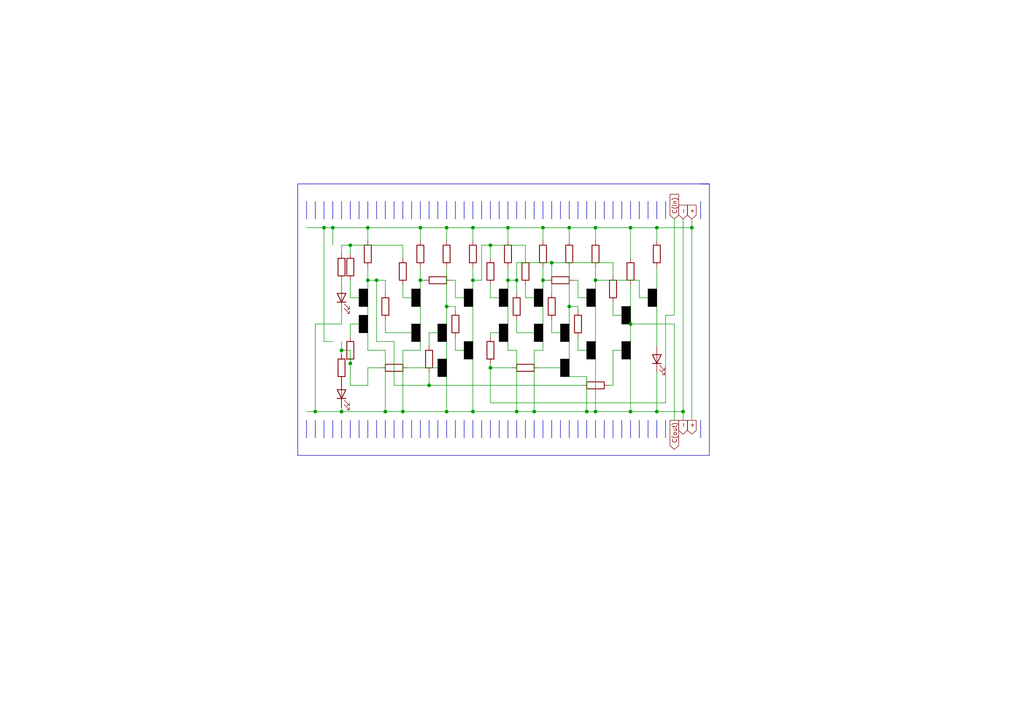
<source format=kicad_sch>
(kicad_sch (version 20230121) (generator eeschema)
  (paper "A4")
  (title_block (title "Full Adder 1 Bit with bipolar transistors - Soldering") (rev "2.0") (company "Mark Narain Enzinger") (comment 1 "marknarain.com"))
  (lib_symbols
    (symbol "Device:LED" (pin_numbers hide) (pin_names (offset 1.016) hide)
      (property "Reference" "D" (at 0 2.54 0))
      (property "Value" "LED" (at 0 -2.54 0))
      (symbol "LED_0_1"
        (polyline (pts (xy -1.27 -1.27) (xy -1.27 1.27)) (stroke (width 0.254)))
        (polyline (pts (xy -1.27 0) (xy 1.27 0)))
        (polyline (pts (xy 1.27 -1.27) (xy 1.27 1.27) (xy -1.27 0) (xy 1.27 -1.27)) (stroke (width 0.254)))
        (polyline (pts (xy -3.048 -0.762) (xy -4.572 -2.286) (xy -3.81 -2.286) (xy -4.572 -2.286) (xy -4.572 -1.524)))
        (polyline (pts (xy -1.778 -0.762) (xy -3.302 -2.286) (xy -2.54 -2.286) (xy -3.302 -2.286) (xy -3.302 -1.524)))
      )
      (symbol "LED_1_1"
        (pin passive line (at -3.81 0 0) (length 2.54) (name "K") (number "1"))
        (pin passive line (at 3.81 0 180) (length 2.54) (name "A") (number "2"))
      )
    )
    (symbol "Device:R" (pin_numbers hide) (pin_names (offset 0))
      (property "Reference" "R" (at 2.032 0 90))
      (property "Value" "R" (at 0 0 90))
      (symbol "R_0_1"
        (rectangle (start -1.016 -2.54) (end 1.016 2.54) (stroke (width 0.254)))
      )
      (symbol "R_1_1"
        (pin passive line (at 0 3.81 270) (length 1.27) (name "~") (number "1"))
        (pin passive line (at 0 -3.81 90) (length 1.27) (name "~") (number "2"))
      )
    )
  )
  (junction (at 149.86 119.38))
  (junction (at 96.52 66.04))
  (junction (at 147.32 81.28))
  (junction (at 129.54 119.38))
  (junction (at 154.94 119.38))
  (junction (at 182.88 93.98))
  (junction (at 129.54 88.9))
  (junction (at 182.88 119.38))
  (junction (at 172.72 119.38))
  (junction (at 190.5 66.04))
  (junction (at 106.68 66.04))
  (junction (at 182.88 66.04))
  (junction (at 157.48 66.04))
  (junction (at 165.1 66.04))
  (junction (at 172.72 66.04))
  (junction (at 149.86 81.28))
  (junction (at 170.18 119.38))
  (junction (at 160.02 76.2))
  (junction (at 91.44 119.38))
  (junction (at 142.24 71.12))
  (junction (at 116.84 119.38))
  (junction (at 99.06 101.6))
  (junction (at 106.68 81.28))
  (junction (at 129.54 66.04))
  (junction (at 142.24 106.68))
  (junction (at 137.16 119.38))
  (junction (at 137.16 66.04))
  (junction (at 93.98 66.04))
  (junction (at 101.6 105.41))
  (junction (at 200.66 66.04))
  (junction (at 157.48 81.28))
  (junction (at 124.46 111.76))
  (junction (at 109.22 81.28))
  (junction (at 111.76 119.38))
  (junction (at 101.6 71.12))
  (junction (at 190.5 119.38))
  (junction (at 137.16 81.28))
  (junction (at 121.92 81.28))
  (junction (at 121.92 66.04))
  (junction (at 99.06 119.38))
  (junction (at 198.12 119.38))
  (junction (at 147.32 66.04))
  (junction (at 172.72 81.28))
  (junction (at 165.1 88.9))
  (wire (pts (xy 129.54 88.9) (xy 132.08 88.9)))
  (wire (pts (xy 132.08 101.6) (xy 134.62 101.6)))
  (wire (pts (xy 167.64 86.36) (xy 170.18 86.36)))
  (wire (pts (xy 137.16 81.28) (xy 139.7 81.28)))
  (wire (pts (xy 96.52 66.04) (xy 106.68 66.04)))
  (polyline (pts (xy 147.32 63.5) (xy 147.32 58.42)))
  (wire (pts (xy 106.68 66.04) (xy 121.92 66.04)))
  (wire (pts (xy 99.06 118.11) (xy 99.06 119.38)))
  (polyline (pts (xy 154.94 63.5) (xy 154.94 58.42)))
  (wire (pts (xy 190.5 119.38) (xy 198.12 119.38)))
  (wire (pts (xy 172.72 119.38) (xy 170.18 119.38)))
  (wire (pts (xy 111.76 96.52) (xy 119.38 96.52)))
  (wire (pts (xy 106.68 111.76) (xy 106.68 106.68)))
  (wire (pts (xy 121.92 88.9) (xy 121.92 93.98)))
  (wire (pts (xy 132.08 97.79) (xy 132.08 101.6)))
  (wire (pts (xy 106.68 77.47) (xy 106.68 81.28)))
  (wire (pts (xy 111.76 101.6) (xy 111.76 119.38)))
  (wire (pts (xy 137.16 66.04) (xy 147.32 66.04)))
  (wire (pts (xy 142.24 71.12) (xy 142.24 74.93)))
  (polyline (pts (xy 160.02 63.5) (xy 160.02 58.42)))
  (polyline (pts (xy 104.14 127) (xy 104.14 121.92)))
  (polyline (pts (xy 187.96 127) (xy 187.96 121.92)))
  (wire (pts (xy 177.8 76.2) (xy 177.8 80.01)))
  (wire (pts (xy 101.6 93.98) (xy 101.6 97.79)))
  (polyline (pts (xy 203.2 127) (xy 203.2 121.92)))
  (wire (pts (xy 99.06 90.17) (xy 99.06 93.98)))
  (wire (pts (xy 124.46 111.76) (xy 168.91 111.76)))
  (wire (pts (xy 172.72 104.14) (xy 172.72 119.38)))
  (wire (pts (xy 182.88 93.98) (xy 182.88 99.06)))
  (wire (pts (xy 152.4 82.55) (xy 152.4 86.36)))
  (wire (pts (xy 142.24 116.84) (xy 193.04 116.84)))
  (wire (pts (xy 166.37 81.28) (xy 167.64 81.28)))
  (polyline (pts (xy 167.64 127) (xy 167.64 121.92)))
  (wire (pts (xy 114.3 99.06) (xy 114.3 111.76)))
  (polyline (pts (xy 187.96 63.5) (xy 187.96 58.42)))
  (wire (pts (xy 142.24 71.12) (xy 152.4 71.12)))
  (polyline (pts (xy 134.62 127) (xy 134.62 121.92)))
  (wire (pts (xy 200.66 66.04) (xy 200.66 121.92)))
  (wire (pts (xy 200.66 63.5) (xy 200.66 66.04)))
  (wire (pts (xy 185.42 81.28) (xy 185.42 86.36)))
  (wire (pts (xy 190.5 66.04) (xy 190.5 69.85)))
  (wire (pts (xy 99.06 71.12) (xy 101.6 71.12)))
  (polyline (pts (xy 116.84 63.5) (xy 116.84 58.42)))
  (wire (pts (xy 182.88 66.04) (xy 182.88 74.93)))
  (polyline (pts (xy 154.94 127) (xy 154.94 121.92)))
  (wire (pts (xy 147.32 101.6) (xy 149.86 101.6)))
  (wire (pts (xy 167.64 101.6) (xy 170.18 101.6)))
  (polyline (pts (xy 124.46 63.5) (xy 124.46 58.42)))
  (wire (pts (xy 142.24 82.55) (xy 142.24 86.36)))
  (wire (pts (xy 195.58 93.98) (xy 182.88 93.98)))
  (wire (pts (xy 147.32 66.04) (xy 147.32 69.85)))
  (polyline (pts (xy 162.56 63.5) (xy 162.56 58.42)))
  (wire (pts (xy 106.68 88.9) (xy 106.68 91.44)))
  (wire (pts (xy 157.48 77.47) (xy 157.48 81.28)))
  (polyline (pts (xy 116.84 127) (xy 116.84 121.92)))
  (wire (pts (xy 129.54 66.04) (xy 129.54 69.85)))
  (polyline (pts (xy 165.1 63.5) (xy 165.1 58.42)))
  (wire (pts (xy 106.68 66.04) (xy 106.68 69.85)))
  (polyline (pts (xy 142.24 63.5) (xy 142.24 58.42)))
  (polyline (pts (xy 149.86 127) (xy 149.86 121.92)))
  (wire (pts (xy 101.6 101.6) (xy 99.06 101.6)))
  (polyline (pts (xy 205.74 53.34) (xy 203.2 53.34)))
  (wire (pts (xy 101.6 105.41) (xy 101.6 111.76)))
  (wire (pts (xy 101.6 101.6) (xy 101.6 105.41)))
  (wire (pts (xy 127 96.52) (xy 124.46 96.52)))
  (wire (pts (xy 170.18 109.22) (xy 170.18 119.38)))
  (wire (pts (xy 121.92 101.6) (xy 116.84 101.6)))
  (wire (pts (xy 99.06 119.38) (xy 111.76 119.38)))
  (wire (pts (xy 118.11 106.68) (xy 127 106.68)))
  (wire (pts (xy 165.1 88.9) (xy 165.1 93.98)))
  (wire (pts (xy 154.94 101.6) (xy 157.48 101.6)))
  (wire (pts (xy 116.84 119.38) (xy 129.54 119.38)))
  (polyline (pts (xy 106.68 127) (xy 106.68 121.92)))
  (wire (pts (xy 167.64 81.28) (xy 167.64 86.36)))
  (wire (pts (xy 149.86 81.28) (xy 149.86 76.2)))
  (wire (pts (xy 106.68 81.28) (xy 106.68 83.82)))
  (wire (pts (xy 142.24 105.41) (xy 142.24 106.68)))
  (wire (pts (xy 109.22 99.06) (xy 114.3 99.06)))
  (polyline (pts (xy 104.14 63.5) (xy 104.14 58.42)))
  (wire (pts (xy 177.8 101.6) (xy 180.34 101.6)))
  (wire (pts (xy 198.12 119.38) (xy 198.12 121.92)))
  (polyline (pts (xy 124.46 127) (xy 124.46 121.92)))
  (wire (pts (xy 88.9 66.04) (xy 93.98 66.04)))
  (polyline (pts (xy 165.1 127) (xy 165.1 121.92)))
  (wire (pts (xy 182.88 104.14) (xy 182.88 119.38)))
  (polyline (pts (xy 129.54 63.5) (xy 129.54 58.42)))
  (wire (pts (xy 93.98 66.04) (xy 93.98 99.06)))
  (wire (pts (xy 147.32 81.28) (xy 147.32 83.82)))
  (wire (pts (xy 142.24 96.52) (xy 142.24 97.79)))
  (wire (pts (xy 137.16 88.9) (xy 137.16 99.06)))
  (wire (pts (xy 142.24 106.68) (xy 148.59 106.68)))
  (wire (pts (xy 142.24 86.36) (xy 144.78 86.36)))
  (wire (pts (xy 101.6 81.28) (xy 101.6 86.36)))
  (wire (pts (xy 129.54 88.9) (xy 129.54 93.98)))
  (wire (pts (xy 91.44 93.98) (xy 91.44 119.38)))
  (polyline (pts (xy 109.22 127) (xy 109.22 121.92)))
  (wire (pts (xy 114.3 111.76) (xy 124.46 111.76)))
  (wire (pts (xy 137.16 81.28) (xy 137.16 83.82)))
  (wire (pts (xy 149.86 81.28) (xy 149.86 85.09)))
  (wire (pts (xy 101.6 71.12) (xy 116.84 71.12)))
  (wire (pts (xy 124.46 96.52) (xy 124.46 100.33)))
  (polyline (pts (xy 119.38 127) (xy 119.38 121.92)))
  (polyline (pts (xy 177.8 127) (xy 177.8 121.92)))
  (polyline (pts (xy 144.78 127) (xy 144.78 121.92)))
  (wire (pts (xy 172.72 81.28) (xy 185.42 81.28)))
  (wire (pts (xy 116.84 86.36) (xy 119.38 86.36)))
  (polyline (pts (xy 190.5 63.5) (xy 190.5 58.42)))
  (wire (pts (xy 157.48 66.04) (xy 165.1 66.04)))
  (polyline (pts (xy 101.6 127) (xy 101.6 121.92)))
  (wire (pts (xy 149.86 92.71) (xy 149.86 96.52)))
  (polyline (pts (xy 99.06 63.5) (xy 99.06 58.42)))
  (wire (pts (xy 99.06 71.12) (xy 99.06 73.66)))
  (wire (pts (xy 88.9 119.38) (xy 91.44 119.38)))
  (wire (pts (xy 99.06 101.6) (xy 99.06 102.87)))
  (wire (pts (xy 129.54 109.22) (xy 129.54 119.38)))
  (polyline (pts (xy 157.48 63.5) (xy 157.48 58.42)))
  (wire (pts (xy 142.24 96.52) (xy 144.78 96.52)))
  (wire (pts (xy 157.48 81.28) (xy 157.48 83.82)))
  (wire (pts (xy 182.88 82.55) (xy 182.88 93.98)))
  (polyline (pts (xy 157.48 127) (xy 157.48 121.92)))
  (wire (pts (xy 167.64 97.79) (xy 167.64 101.6)))
  (polyline (pts (xy 91.44 63.5) (xy 91.44 58.42)))
  (wire (pts (xy 149.86 119.38) (xy 154.94 119.38)))
  (wire (pts (xy 154.94 119.38) (xy 170.18 119.38)))
  (wire (pts (xy 109.22 81.28) (xy 109.22 99.06)))
  (wire (pts (xy 139.7 71.12) (xy 142.24 71.12)))
  (wire (pts (xy 152.4 86.36) (xy 154.94 86.36)))
  (polyline (pts (xy 185.42 63.5) (xy 185.42 58.42)))
  (wire (pts (xy 149.86 76.2) (xy 160.02 76.2)))
  (polyline (pts (xy 86.36 53.34) (xy 88.9 53.34)))
  (polyline (pts (xy 205.74 132.08) (xy 205.74 53.34)))
  (polyline (pts (xy 144.78 63.5) (xy 144.78 58.42)))
  (polyline (pts (xy 193.04 63.5) (xy 193.04 58.42)))
  (wire (pts (xy 124.46 107.95) (xy 124.46 111.76)))
  (wire (pts (xy 160.02 76.2) (xy 177.8 76.2)))
  (polyline (pts (xy 114.3 127) (xy 114.3 121.92)))
  (wire (pts (xy 106.68 101.6) (xy 111.76 101.6)))
  (wire (pts (xy 167.64 88.9) (xy 167.64 90.17)))
  (wire (pts (xy 132.08 81.28) (xy 132.08 86.36)))
  (wire (pts (xy 149.86 101.6) (xy 149.86 119.38)))
  (wire (pts (xy 149.86 96.52) (xy 154.94 96.52)))
  (polyline (pts (xy 190.5 127) (xy 190.5 121.92)))
  (wire (pts (xy 106.68 96.52) (xy 106.68 101.6)))
  (polyline (pts (xy 119.38 63.5) (xy 119.38 58.42)))
  (polyline (pts (xy 152.4 127) (xy 152.4 121.92)))
  (polyline (pts (xy 149.86 63.5) (xy 149.86 58.42)))
  (polyline (pts (xy 86.36 132.08) (xy 205.74 132.08)))
  (polyline (pts (xy 114.3 63.5) (xy 114.3 58.42)))
  (wire (pts (xy 198.12 63.5) (xy 198.12 119.38)))
  (polyline (pts (xy 134.62 63.5) (xy 134.62 58.42)))
  (polyline (pts (xy 182.88 63.5) (xy 182.88 58.42)))
  (wire (pts (xy 193.04 116.84) (xy 193.04 91.44)))
  (wire (pts (xy 93.98 99.06) (xy 96.52 99.06)))
  (wire (pts (xy 190.5 88.9) (xy 190.5 100.33)))
  (wire (pts (xy 91.44 119.38) (xy 99.06 119.38)))
  (polyline (pts (xy 99.06 127) (xy 99.06 121.92)))
  (polyline (pts (xy 142.24 127) (xy 142.24 121.92)))
  (wire (pts (xy 165.1 88.9) (xy 167.64 88.9)))
  (wire (pts (xy 160.02 92.71) (xy 160.02 96.52)))
  (wire (pts (xy 106.68 81.28) (xy 109.22 81.28)))
  (polyline (pts (xy 91.44 127) (xy 91.44 121.92)))
  (polyline (pts (xy 86.36 53.34) (xy 86.36 132.08)))
  (polyline (pts (xy 88.9 127) (xy 88.9 121.92)))
  (wire (pts (xy 129.54 66.04) (xy 137.16 66.04)))
  (wire (pts (xy 165.1 99.06) (xy 165.1 104.14)))
  (polyline (pts (xy 111.76 63.5) (xy 111.76 58.42)))
  (wire (pts (xy 157.48 88.9) (xy 157.48 93.98)))
  (wire (pts (xy 104.14 86.36) (xy 101.6 86.36)))
  (wire (pts (xy 147.32 77.47) (xy 147.32 81.28)))
  (wire (pts (xy 147.32 66.04) (xy 157.48 66.04)))
  (wire (pts (xy 195.58 63.5) (xy 195.58 91.44)))
  (wire (pts (xy 190.5 77.47) (xy 190.5 83.82)))
  (wire (pts (xy 139.7 81.28) (xy 139.7 71.12)))
  (wire (pts (xy 190.5 107.95) (xy 190.5 119.38)))
  (polyline (pts (xy 167.64 63.5) (xy 167.64 58.42)))
  (wire (pts (xy 176.53 111.76) (xy 177.8 111.76)))
  (wire (pts (xy 111.76 81.28) (xy 111.76 85.09)))
  (wire (pts (xy 121.92 99.06) (xy 121.92 101.6)))
  (polyline (pts (xy 180.34 63.5) (xy 180.34 58.42)))
  (wire (pts (xy 147.32 81.28) (xy 149.86 81.28)))
  (polyline (pts (xy 185.42 127) (xy 185.42 121.92)))
  (wire (pts (xy 154.94 119.38) (xy 154.94 101.6)))
  (wire (pts (xy 172.72 77.47) (xy 172.72 81.28)))
  (wire (pts (xy 165.1 66.04) (xy 172.72 66.04)))
  (wire (pts (xy 116.84 71.12) (xy 116.84 74.93)))
  (wire (pts (xy 99.06 93.98) (xy 91.44 93.98)))
  (wire (pts (xy 177.8 111.76) (xy 177.8 101.6)))
  (polyline (pts (xy 172.72 127) (xy 172.72 121.92)))
  (polyline (pts (xy 170.18 63.5) (xy 170.18 58.42)))
  (polyline (pts (xy 101.6 63.5) (xy 101.6 58.42)))
  (wire (pts (xy 193.04 91.44) (xy 195.58 91.44)))
  (polyline (pts (xy 109.22 63.5) (xy 109.22 58.42)))
  (wire (pts (xy 137.16 66.04) (xy 137.16 69.85)))
  (polyline (pts (xy 180.34 127) (xy 180.34 121.92)))
  (wire (pts (xy 182.88 66.04) (xy 190.5 66.04)))
  (polyline (pts (xy 139.7 63.5) (xy 139.7 58.42)))
  (polyline (pts (xy 147.32 127) (xy 147.32 121.92)))
  (wire (pts (xy 137.16 119.38) (xy 149.86 119.38)))
  (wire (pts (xy 157.48 66.04) (xy 157.48 69.85)))
  (wire (pts (xy 111.76 119.38) (xy 116.84 119.38)))
  (wire (pts (xy 137.16 77.47) (xy 137.16 81.28)))
  (polyline (pts (xy 127 63.5) (xy 127 58.42)))
  (wire (pts (xy 177.8 87.63) (xy 177.8 91.44)))
  (wire (pts (xy 121.92 81.28) (xy 123.19 81.28)))
  (polyline (pts (xy 162.56 127) (xy 162.56 121.92)))
  (polyline (pts (xy 170.18 127) (xy 170.18 121.92)))
  (polyline (pts (xy 175.26 63.5) (xy 175.26 58.42)))
  (wire (pts (xy 147.32 99.06) (xy 147.32 101.6)))
  (polyline (pts (xy 111.76 127) (xy 111.76 121.92)))
  (wire (pts (xy 156.21 106.68) (xy 162.56 106.68)))
  (wire (pts (xy 111.76 92.71) (xy 111.76 96.52)))
  (wire (pts (xy 172.72 81.28) (xy 172.72 83.82)))
  (polyline (pts (xy 160.02 127) (xy 160.02 121.92)))
  (polyline (pts (xy 137.16 63.5) (xy 137.16 58.42)))
  (wire (pts (xy 137.16 104.14) (xy 137.16 119.38)))
  (wire (pts (xy 121.92 66.04) (xy 121.92 69.85)))
  (polyline (pts (xy 106.68 63.5) (xy 106.68 58.42)))
  (wire (pts (xy 172.72 66.04) (xy 172.72 69.85)))
  (wire (pts (xy 129.54 99.06) (xy 129.54 104.14)))
  (wire (pts (xy 132.08 88.9) (xy 132.08 90.17)))
  (wire (pts (xy 195.58 93.98) (xy 195.58 121.92)))
  (wire (pts (xy 152.4 71.12) (xy 152.4 74.93)))
  (wire (pts (xy 93.98 66.04) (xy 96.52 66.04)))
  (polyline (pts (xy 121.92 63.5) (xy 121.92 58.42)))
  (wire (pts (xy 157.48 81.28) (xy 158.75 81.28)))
  (wire (pts (xy 132.08 86.36) (xy 134.62 86.36)))
  (polyline (pts (xy 88.9 53.34) (xy 205.74 53.34)))
  (wire (pts (xy 172.72 119.38) (xy 182.88 119.38)))
  (polyline (pts (xy 152.4 63.5) (xy 152.4 58.42)))
  (wire (pts (xy 142.24 106.68) (xy 142.24 116.84)))
  (wire (pts (xy 116.84 101.6) (xy 116.84 119.38)))
  (wire (pts (xy 147.32 88.9) (xy 147.32 93.98)))
  (wire (pts (xy 104.14 93.98) (xy 101.6 93.98)))
  (wire (pts (xy 172.72 66.04) (xy 182.88 66.04)))
  (wire (pts (xy 157.48 99.06) (xy 157.48 101.6)))
  (polyline (pts (xy 132.08 127) (xy 132.08 121.92)))
  (wire (pts (xy 109.22 81.28) (xy 111.76 81.28)))
  (polyline (pts (xy 182.88 127) (xy 182.88 121.92)))
  (polyline (pts (xy 132.08 63.5) (xy 132.08 58.42)))
  (wire (pts (xy 101.6 71.12) (xy 101.6 73.66)))
  (wire (pts (xy 185.42 86.36) (xy 187.96 86.36)))
  (polyline (pts (xy 203.2 63.5) (xy 203.2 58.42)))
  (polyline (pts (xy 96.52 127) (xy 96.52 121.92)))
  (polyline (pts (xy 193.04 127) (xy 193.04 121.92)))
  (wire (pts (xy 121.92 66.04) (xy 129.54 66.04)))
  (wire (pts (xy 99.06 82.55) (xy 99.06 81.28)))
  (polyline (pts (xy 137.16 127) (xy 137.16 121.92)))
  (polyline (pts (xy 121.92 127) (xy 121.92 121.92)))
  (wire (pts (xy 160.02 76.2) (xy 160.02 85.09)))
  (wire (pts (xy 96.52 66.04) (xy 96.52 71.12)))
  (wire (pts (xy 101.6 111.76) (xy 106.68 111.76)))
  (polyline (pts (xy 88.9 63.5) (xy 88.9 58.42)))
  (wire (pts (xy 99.06 99.06) (xy 99.06 101.6)))
  (wire (pts (xy 129.54 77.47) (xy 129.54 88.9)))
  (wire (pts (xy 172.72 88.9) (xy 172.72 99.06)))
  (wire (pts (xy 129.54 119.38) (xy 137.16 119.38)))
  (wire (pts (xy 165.1 77.47) (xy 165.1 88.9)))
  (wire (pts (xy 121.92 77.47) (xy 121.92 81.28)))
  (wire (pts (xy 165.1 66.04) (xy 165.1 69.85)))
  (polyline (pts (xy 96.52 63.5) (xy 96.52 58.42)))
  (wire (pts (xy 130.81 81.28) (xy 132.08 81.28)))
  (polyline (pts (xy 93.98 127) (xy 93.98 121.92)))
  (wire (pts (xy 182.88 119.38) (xy 190.5 119.38)))
  (polyline (pts (xy 172.72 63.5) (xy 172.72 58.42)))
  (wire (pts (xy 116.84 82.55) (xy 116.84 86.36)))
  (wire (pts (xy 177.8 91.44) (xy 180.34 91.44)))
  (polyline (pts (xy 177.8 63.5) (xy 177.8 58.42)))
  (wire (pts (xy 165.1 109.22) (xy 170.18 109.22)))
  (wire (pts (xy 106.68 106.68) (xy 110.49 106.68)))
  (polyline (pts (xy 93.98 63.5) (xy 93.98 58.42)))
  (wire (pts (xy 160.02 96.52) (xy 162.56 96.52)))
  (polyline (pts (xy 139.7 127) (xy 139.7 121.92)))
  (polyline (pts (xy 127 127) (xy 127 121.92)))
  (polyline (pts (xy 129.54 127) (xy 129.54 121.92)))
  (wire (pts (xy 190.5 66.04) (xy 200.66 66.04)))
  (polyline (pts (xy 175.26 127) (xy 175.26 121.92)))
  (wire (pts (xy 121.92 81.28) (xy 121.92 83.82)))
  (rectangle (start 104.14 83.82) (end 106.68 88.9) (stroke (width 0) (color 0 0 0 1)) (fill (type color) (color 2 0 0 1)))
  (rectangle (start 119.38 83.82) (end 121.92 88.9) (stroke (width 0) (color 0 0 0 1)) (fill (type color) (color 2 0 0 1)))
  (rectangle (start 144.78 83.82) (end 147.32 88.9) (stroke (width 0) (color 0 0 0 1)) (fill (type color) (color 2 0 0 1)))
  (rectangle (start 127 104.14) (end 129.54 109.22) (stroke (width 0) (color 0 0 0 1)) (fill (type color) (color 2 0 0 1)))
  (rectangle (start 170.18 99.06) (end 172.72 104.14) (stroke (width 0) (color 0 0 0 1)) (fill (type color) (color 2 0 0 1)))
  (rectangle (start 180.34 88.9) (end 182.88 93.98) (stroke (width 0) (color 0 0 0 1)) (fill (type color) (color 2 0 0 1)))
  (rectangle (start 162.56 104.14) (end 165.1 109.22) (stroke (width 0) (color 0 0 0 1)) (fill (type color) (color 2 0 0 1)))
  (rectangle (start 144.78 93.98) (end 147.32 99.06) (stroke (width 0) (color 0 0 0 1)) (fill (type color) (color 2 0 0 1)))
  (rectangle (start 154.94 93.98) (end 157.48 99.06) (stroke (width 0) (color 0 0 0 1)) (fill (type color) (color 2 0 0 1)))
  (rectangle (start 170.18 83.82) (end 172.72 88.9) (stroke (width 0) (color 0 0 0 1)) (fill (type color) (color 2 0 0 1)))
  (rectangle (start 162.56 93.98) (end 165.1 99.06) (stroke (width 0) (color 0 0 0 1)) (fill (type color) (color 2 0 0 1)))
  (rectangle (start 154.94 83.82) (end 157.48 88.9) (stroke (width 0) (color 0 0 0 1)) (fill (type color) (color 2 0 0 1)))
  (rectangle (start 134.62 83.82) (end 137.16 88.9) (stroke (width 0) (color 0 0 0 1)) (fill (type color) (color 2 0 0 1)))
  (rectangle (start 180.34 99.06) (end 182.88 104.14) (stroke (width 0) (color 0 0 0 1)) (fill (type color) (color 2 0 0 1)))
  (rectangle (start 134.62 99.06) (end 137.16 104.14) (stroke (width 0) (color 0 0 0 1)) (fill (type color) (color 2 0 0 1)))
  (rectangle (start 119.38 93.98) (end 121.92 99.06) (stroke (width 0) (color 0 0 0 1)) (fill (type color) (color 2 0 0 1)))
  (rectangle (start 127 93.98) (end 129.54 99.06) (stroke (width 0) (color 0 0 0 1)) (fill (type color) (color 2 0 0 1)))
  (rectangle (start 104.14 91.44) (end 106.68 96.52) (stroke (width 0) (color 0 0 0 1)) (fill (type color) (color 2 0 0 1)))
  (rectangle (start 187.96 83.82) (end 190.5 88.9) (stroke (width 0) (color 0 0 0 1)) (fill (type color) (color 2 0 0 1)))
  (global_label "-" (shape output) (at 198.12 121.92 270) (property "Intersheetrefs" "${INTERSHEET_REFS}" (effects hide)))
  (global_label "-" (shape input) (at 198.12 63.5 90) (property "Intersheetrefs" "${INTERSHEET_REFS}" (effects hide)))
  (global_label "C(in)" (shape input) (at 195.58 63.5 90) (property "Intersheetrefs" "${INTERSHEET_REFS}" (effects hide)))
  (global_label "+" (shape input) (at 200.66 63.5 90) (property "Intersheetrefs" "${INTERSHEET_REFS}" (effects hide)))
  (global_label "C(out)" (shape output) (at 195.58 121.92 270) (property "Intersheetrefs" "${INTERSHEET_REFS}" (effects hide)))
  (global_label "+" (shape output) (at 200.66 121.92 270) (property "Intersheetrefs" "${INTERSHEET_REFS}" (effects hide)))
  (symbol (lib_id "Device:R") (at 160.02 88.9 0) (unit 1)
    (property "Reference" "R23" (effects hide))
    (property "Value" "R" (effects hide))
  )
  (symbol (lib_id "Device:R") (at 162.56 81.28 90) (unit 1)
    (property "Reference" "R25" (effects hide))
    (property "Value" "10k" (effects hide))
  )
  (symbol (lib_id "Device:R") (at 142.24 101.6 0) (unit 1)
    (property "Reference" "R20" (effects hide))
    (property "Value" "R" (effects hide))
  )
  (symbol (lib_id "Device:R") (at 127 81.28 90) (unit 1)
    (property "Reference" "R17" (effects hide))
    (property "Value" "R" (effects hide))
  )
  (symbol (lib_id "Device:R") (at 121.92 73.66 0) (unit 1)
    (property "Reference" "R2" (effects hide))
    (property "Value" "R" (effects hide))
  )
  (symbol (lib_id "Device:R") (at 142.24 78.74 0) (unit 1)
    (property "Reference" "R19" (effects hide))
    (property "Value" "R" (effects hide))
  )
  (symbol (lib_id "Device:R") (at 111.76 88.9 0) (unit 1)
    (property "Reference" "R14" (effects hide))
    (property "Value" "10k" (effects hide))
  )
  (symbol (lib_id "Device:LED") (at 190.5 104.14 90) (unit 1)
    (property "Reference" "D1" (effects hide))
    (property "Value" "LED" (effects hide))
  )
  (symbol (lib_id "Device:R") (at 157.48 73.66 0) (unit 1)
    (property "Reference" "R6" (effects hide))
    (property "Value" "R" (effects hide))
  )
  (symbol (lib_id "Device:R") (at 182.88 78.74 0) (unit 1)
    (property "Reference" "R9" (effects hide))
    (property "Value" "R" (effects hide))
  )
  (symbol (lib_id "Device:R") (at 116.84 78.74 0) (unit 1)
    (property "Reference" "R13" (effects hide))
    (property "Value" "10k" (effects hide))
  )
  (symbol (lib_id "Device:R") (at 147.32 73.66 0) (unit 1)
    (property "Reference" "R5" (effects hide))
    (property "Value" "R" (effects hide))
  )
  (symbol (lib_id "Device:R") (at 177.8 83.82 0) (unit 1)
    (property "Reference" "R27" (effects hide))
    (property "Value" "R" (effects hide))
  )
  (symbol (lib_id "Device:R") (at 99.06 106.68 0) (unit 1)
    (property "Reference" "R29" (effects hide))
    (property "Value" "10k" (effects hide))
  )
  (symbol (lib_id "Device:R") (at 172.72 73.66 0) (unit 1)
    (property "Reference" "R8" (effects hide))
    (property "Value" "R" (effects hide))
  )
  (symbol (lib_id "Device:R") (at 149.86 88.9 0) (unit 1)
    (property "Reference" "R22" (effects hide))
    (property "Value" "R" (effects hide))
  )
  (symbol (lib_id "Device:R") (at 129.54 73.66 0) (unit 1)
    (property "Reference" "R3" (effects hide))
    (property "Value" "R" (effects hide))
  )
  (symbol (lib_id "Device:R") (at 137.16 73.66 0) (unit 1)
    (property "Reference" "R4" (effects hide))
    (property "Value" "R" (effects hide))
  )
  (symbol (lib_id "Device:LED") (at 99.06 86.36 90) (unit 1)
    (property "Reference" "D2" (effects hide))
    (property "Value" "LED" (effects hide))
  )
  (symbol (lib_id "Device:R") (at 99.06 77.47 0) (unit 1)
    (property "Reference" "R28" (effects hide))
    (property "Value" "10k" (effects hide))
  )
  (symbol (lib_id "Device:R") (at 106.68 73.66 0) (unit 1)
    (property "Reference" "R1" (effects hide))
    (property "Value" "100k" (effects hide))
  )
  (symbol (lib_id "Device:R") (at 190.5 73.66 0) (unit 1)
    (property "Reference" "R10" (effects hide))
    (property "Value" "R" (effects hide))
  )
  (symbol (lib_id "Device:LED") (at 99.06 114.3 90) (unit 1)
    (property "Reference" "D3" (effects hide))
    (property "Value" "LED" (effects hide))
  )
  (symbol (lib_id "Device:R") (at 101.6 77.47 0) (unit 1)
    (property "Reference" "R11" (effects hide))
    (property "Value" "10k" (effects hide))
  )
  (symbol (lib_id "Device:R") (at 165.1 73.66 0) (unit 1)
    (property "Reference" "R7" (effects hide))
    (property "Value" "R" (effects hide))
  )
  (symbol (lib_id "Device:R") (at 172.72 111.76 90) (unit 1)
    (property "Reference" "R9" (effects hide))
    (property "Value" "10k" (effects hide))
  )
  (symbol (lib_id "Device:R") (at 124.46 104.14 0) (unit 1)
    (property "Reference" "R15" (effects hide))
    (property "Value" "10k" (effects hide))
  )
  (symbol (lib_id "Device:R") (at 101.6 101.6 0) (unit 1)
    (property "Reference" "R12" (effects hide))
    (property "Value" "10k" (effects hide))
  )
  (symbol (lib_id "Device:R") (at 114.3 106.68 90) (unit 1)
    (property "Reference" "R16" (effects hide))
    (property "Value" "10k" (effects hide))
  )
  (symbol (lib_id "Device:R") (at 152.4 78.74 0) (unit 1)
    (property "Reference" "R21" (effects hide))
    (property "Value" "R" (effects hide))
  )
  (symbol (lib_id "Device:R") (at 167.64 93.98 0) (unit 1)
    (property "Reference" "R26" (effects hide))
    (property "Value" "R" (effects hide))
  )
  (symbol (lib_id "Device:R") (at 152.4 106.68 90) (unit 1)
    (property "Reference" "R24" (effects hide))
    (property "Value" "10k" (effects hide))
  )
  (symbol (lib_id "Device:R") (at 132.08 93.98 0) (unit 1)
    (property "Reference" "R18" (effects hide))
    (property "Value" "R" (effects hide))
  )
)
</source>
